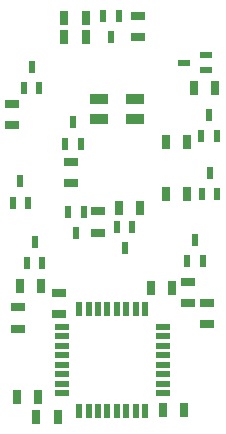
<source format=gtp>
G75*
%MOIN*%
%OFA0B0*%
%FSLAX25Y25*%
%IPPOS*%
%LPD*%
%AMOC8*
5,1,8,0,0,1.08239X$1,22.5*
%
%ADD10R,0.05000X0.02200*%
%ADD11R,0.02200X0.05000*%
%ADD12R,0.01969X0.03937*%
%ADD13R,0.04724X0.03150*%
%ADD14R,0.03150X0.04724*%
%ADD15R,0.03937X0.01969*%
%ADD16R,0.05906X0.03543*%
D10*
X0024270Y0030360D03*
X0024270Y0033509D03*
X0024270Y0036659D03*
X0024270Y0039809D03*
X0024270Y0042958D03*
X0024270Y0046108D03*
X0024270Y0049257D03*
X0024270Y0052407D03*
X0058070Y0052407D03*
X0058070Y0049257D03*
X0058070Y0046108D03*
X0058070Y0042958D03*
X0058070Y0039809D03*
X0058070Y0036659D03*
X0058070Y0033509D03*
X0058070Y0030360D03*
D11*
X0052194Y0024483D03*
X0049044Y0024483D03*
X0045894Y0024483D03*
X0042745Y0024483D03*
X0039595Y0024483D03*
X0036446Y0024483D03*
X0033296Y0024483D03*
X0030146Y0024483D03*
X0030146Y0058283D03*
X0033296Y0058283D03*
X0036446Y0058283D03*
X0039595Y0058283D03*
X0042745Y0058283D03*
X0045894Y0058283D03*
X0049044Y0058283D03*
X0052194Y0058283D03*
D12*
X0045300Y0078670D03*
X0042741Y0085757D03*
X0047859Y0085757D03*
X0031643Y0090754D03*
X0029083Y0083667D03*
X0026524Y0090754D03*
X0017833Y0073653D03*
X0015274Y0080739D03*
X0012715Y0073653D03*
X0013086Y0093813D03*
X0010527Y0100899D03*
X0007968Y0093813D03*
X0025556Y0113470D03*
X0028115Y0120557D03*
X0030674Y0113470D03*
X0016859Y0131970D03*
X0014300Y0139057D03*
X0011741Y0131970D03*
X0038241Y0156057D03*
X0040800Y0148970D03*
X0043359Y0156057D03*
X0070914Y0116072D03*
X0073473Y0123159D03*
X0076032Y0116072D03*
X0073666Y0103639D03*
X0071107Y0096553D03*
X0076225Y0096553D03*
X0068824Y0081360D03*
X0071383Y0074273D03*
X0066265Y0074273D03*
D13*
X0066292Y0067433D03*
X0066292Y0060346D03*
X0072800Y0060357D03*
X0072800Y0053270D03*
X0036517Y0083862D03*
X0036517Y0090949D03*
X0027558Y0100274D03*
X0027558Y0107361D03*
X0007922Y0119557D03*
X0007922Y0126643D03*
X0023500Y0063657D03*
X0023500Y0056570D03*
X0009774Y0058919D03*
X0009774Y0051832D03*
X0049918Y0149057D03*
X0049918Y0156143D03*
D14*
X0009457Y0029113D03*
X0015857Y0022513D03*
X0016543Y0029113D03*
X0022943Y0022513D03*
X0017440Y0066187D03*
X0010354Y0066187D03*
X0043457Y0092013D03*
X0050543Y0092013D03*
X0059060Y0096647D03*
X0066146Y0096647D03*
X0066206Y0114147D03*
X0059119Y0114147D03*
X0068501Y0131872D03*
X0075587Y0131872D03*
X0061043Y0065513D03*
X0053957Y0065513D03*
X0058157Y0024713D03*
X0065243Y0024713D03*
X0032343Y0149013D03*
X0032343Y0155513D03*
X0025257Y0155513D03*
X0025257Y0149013D03*
D15*
X0065257Y0140458D03*
X0072343Y0137899D03*
X0072343Y0143017D03*
D16*
X0048847Y0128285D03*
X0048847Y0121592D03*
X0036643Y0121592D03*
X0036643Y0128285D03*
M02*

</source>
